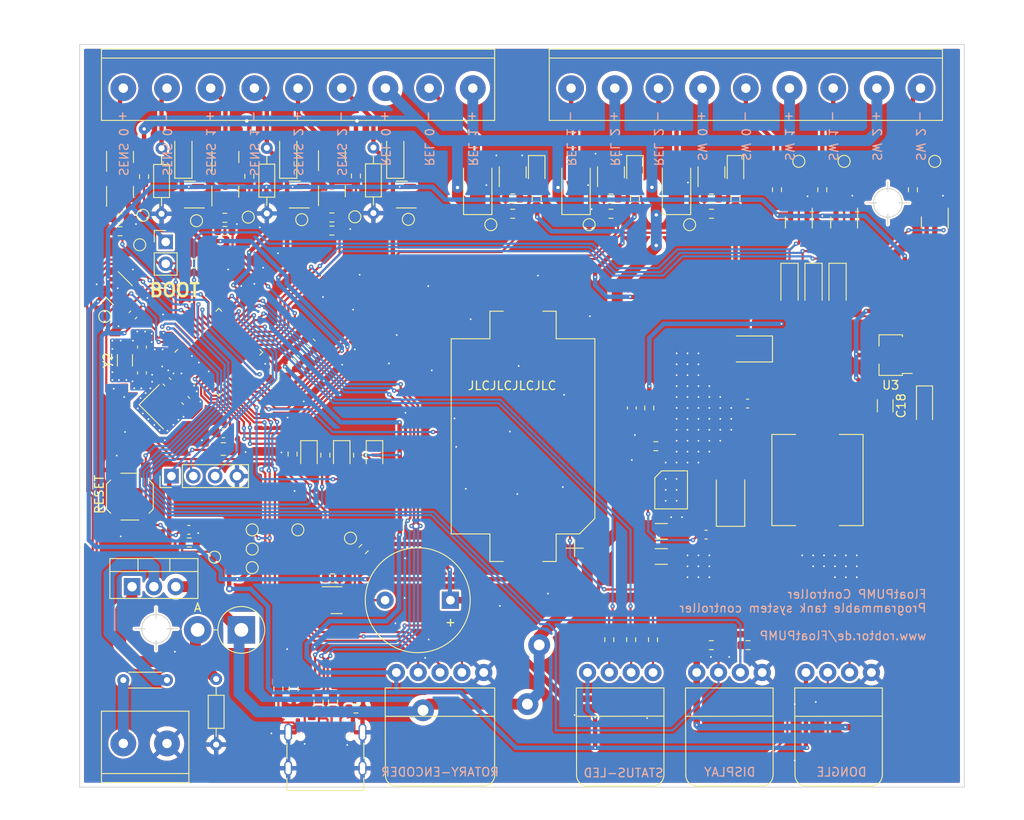
<source format=kicad_pcb>
(kicad_pcb (version 20211014) (generator pcbnew)

  (general
    (thickness 1.6)
  )

  (paper "A4")
  (title_block
    (title "FloatPUMP Basic Boards")
    (date "2022-11-22")
    (rev "1.0")
    (company "www.robtor.de")
  )

  (layers
    (0 "F.Cu" signal)
    (31 "B.Cu" signal)
    (32 "B.Adhes" user "B.Adhesive")
    (33 "F.Adhes" user "F.Adhesive")
    (34 "B.Paste" user)
    (35 "F.Paste" user)
    (36 "B.SilkS" user "B.Silkscreen")
    (37 "F.SilkS" user "F.Silkscreen")
    (38 "B.Mask" user)
    (39 "F.Mask" user)
    (40 "Dwgs.User" user "User.Drawings")
    (41 "Cmts.User" user "User.Comments")
    (42 "Eco1.User" user "User.Eco1")
    (43 "Eco2.User" user "User.Eco2")
    (44 "Edge.Cuts" user)
    (45 "Margin" user)
    (46 "B.CrtYd" user "B.Courtyard")
    (47 "F.CrtYd" user "F.Courtyard")
    (48 "B.Fab" user)
    (49 "F.Fab" user)
    (50 "User.1" user)
    (51 "User.2" user)
    (52 "User.3" user)
    (53 "User.4" user)
    (54 "User.5" user)
    (55 "User.6" user)
    (56 "User.7" user)
    (57 "User.8" user)
    (58 "User.9" user)
  )

  (setup
    (stackup
      (layer "F.SilkS" (type "Top Silk Screen"))
      (layer "F.Paste" (type "Top Solder Paste"))
      (layer "F.Mask" (type "Top Solder Mask") (thickness 0.01))
      (layer "F.Cu" (type "copper") (thickness 0.035))
      (layer "dielectric 1" (type "core") (thickness 1.51) (material "FR4") (epsilon_r 4.5) (loss_tangent 0.02))
      (layer "B.Cu" (type "copper") (thickness 0.035))
      (layer "B.Mask" (type "Bottom Solder Mask") (thickness 0.01))
      (layer "B.Paste" (type "Bottom Solder Paste"))
      (layer "B.SilkS" (type "Bottom Silk Screen"))
      (copper_finish "None")
      (dielectric_constraints no)
    )
    (pad_to_mask_clearance 0)
    (pcbplotparams
      (layerselection 0x00010fc_ffffffff)
      (disableapertmacros false)
      (usegerberextensions true)
      (usegerberattributes false)
      (usegerberadvancedattributes false)
      (creategerberjobfile false)
      (svguseinch false)
      (svgprecision 6)
      (excludeedgelayer true)
      (plotframeref false)
      (viasonmask false)
      (mode 1)
      (useauxorigin false)
      (hpglpennumber 1)
      (hpglpenspeed 20)
      (hpglpendiameter 15.000000)
      (dxfpolygonmode true)
      (dxfimperialunits true)
      (dxfusepcbnewfont true)
      (psnegative false)
      (psa4output false)
      (plotreference true)
      (plotvalue false)
      (plotinvisibletext false)
      (sketchpadsonfab false)
      (subtractmaskfromsilk true)
      (outputformat 1)
      (mirror false)
      (drillshape 0)
      (scaleselection 1)
      (outputdirectory "../Production/")
    )
  )

  (net 0 "")
  (net 1 "/cryst1+")
  (net 2 "GND")
  (net 3 "/cryst1-")
  (net 4 "/cryst2+")
  (net 5 "/cryst2-")
  (net 6 "/VBAT")
  (net 7 "/NRST")
  (net 8 "Net-(C3-Pad1)")
  (net 9 "+3.3V")
  (net 10 "Net-(C6-Pad2)")
  (net 11 "Net-(C17-Pad1)")
  (net 12 "/VB")
  (net 13 "T11")
  (net 14 "T13")
  (net 15 "T15")
  (net 16 "T17")
  (net 17 "Net-(C17-Pad2)")
  (net 18 "Net-(D1-Pad1)")
  (net 19 "T20")
  (net 20 "/GPI0")
  (net 21 "/GPI1")
  (net 22 "/GPI2")
  (net 23 "/RRDT")
  (net 24 "/RRCLK")
  (net 25 "/RRSW")
  (net 26 "+5V")
  (net 27 "/I2C1_SDA")
  (net 28 "/I2C1_SCL")
  (net 29 "/USART1_TX")
  (net 30 "/USART1_RX")
  (net 31 "/SWDIO")
  (net 32 "/SWCLK")
  (net 33 "T22")
  (net 34 "Net-(D2-Pad1)")
  (net 35 "Net-(D3-Pad1)")
  (net 36 "T10")
  (net 37 "T12")
  (net 38 "T14")
  (net 39 "/BOOT0")
  (net 40 "T24")
  (net 41 "T26")
  (net 42 "T28")
  (net 43 "Net-(LS1-Pad2)")
  (net 44 "Net-(Q2-Pad1)")
  (net 45 "Net-(D4-Pad2)")
  (net 46 "Net-(D12-Pad2)")
  (net 47 "Net-(D14-Pad2)")
  (net 48 "Net-(Q9-Pad1)")
  (net 49 "Net-(J3-Pad2)")
  (net 50 "/LED0")
  (net 51 "/LED1")
  (net 52 "/LED2")
  (net 53 "/LED5")
  (net 54 "/LED4")
  (net 55 "/LED3")
  (net 56 "/BEEP")
  (net 57 "/MPWR0")
  (net 58 "/MPWR1")
  (net 59 "/MPWR2")
  (net 60 "/OCHAN0")
  (net 61 "/OCHAN1")
  (net 62 "/OCHAN2")
  (net 63 "/usb_conn/U_D-")
  (net 64 "/USB_FS_D-")
  (net 65 "/usb_conn/U_D+")
  (net 66 "/USB_FS_D+")
  (net 67 "/usb_conn/U_VBUS")
  (net 68 "/USB_FS_VBUS")
  (net 69 "/usb_conn/CC")
  (net 70 "Net-(D16-Pad2)")
  (net 71 "Net-(J5-Pad2)")
  (net 72 "Net-(Q3-Pad1)")
  (net 73 "Net-(J5-Pad3)")
  (net 74 "Net-(C18-Pad1)")
  (net 75 "Net-(J5-Pad4)")
  (net 76 "Net-(U3-Pad6)")
  (net 77 "T16")
  (net 78 "unconnected-(J9-PadA8)")
  (net 79 "unconnected-(J9-PadB8)")
  (net 80 "Net-(Q1-Pad2)")
  (net 81 "Net-(Q3-Pad3)")
  (net 82 "Net-(Q5-Pad1)")
  (net 83 "Net-(Q5-Pad3)")
  (net 84 "Net-(Q7-Pad1)")
  (net 85 "Net-(Q11-Pad1)")
  (net 86 "Net-(Q7-Pad3)")
  (net 87 "Net-(Q10-Pad1)")
  (net 88 "unconnected-(U1-Pad2)")

  (footprint "Capacitor_SMD:C_0603_1608Metric" (layer "F.Cu") (at 101.9556 85.7504 -135))

  (footprint "Package_TO_SOT_SMD:SOT-23" (layer "F.Cu") (at 112.6975 71.41095 90))

  (footprint "custom_parts:2542R-04" (layer "F.Cu") (at 180.213 127.3302))

  (footprint "Package_TO_SOT_SMD:SOT-23" (layer "F.Cu") (at 112.71 67.3885 90))

  (footprint "Resistor_SMD:R_0603_1608Metric" (layer "F.Cu") (at 120.396 91.313 -45))

  (footprint "TestPoint:TestPoint_Pad_D1.0mm" (layer "F.Cu") (at 127.762 74.3435))

  (footprint "Resistor_SMD:R_0603_1608Metric" (layer "F.Cu") (at 157.353 123.5202 90))

  (footprint "Resistor_SMD:R_0603_1608Metric" (layer "F.Cu") (at 127.889 69.5937 -90))

  (footprint "TestPoint:TestPoint_Pad_D1.0mm" (layer "F.Cu") (at 155.006 75.2582))

  (footprint "LED_SMD:LED_0805_2012Metric" (layer "F.Cu") (at 160.34 68.9082 -90))

  (footprint "custom_parts:CAMBLOCK CTB0509-2" (layer "F.Cu") (at 105.918 135.5852 180))

  (footprint "Capacitor_SMD:C_0603_1608Metric" (layer "F.Cu") (at 168.6052 111.3028))

  (footprint "Capacitor_SMD:C_0603_1608Metric" (layer "F.Cu") (at 119.253 92.456 135))

  (footprint "Package_TO_SOT_THT:TO-220-3_Vertical" (layer "F.Cu") (at 101.854 117.3532))

  (footprint "TestPoint:TestPoint_Pad_D1.0mm" (layer "F.Cu") (at 179.39 67.8942 90))

  (footprint "Resistor_SMD:R_0603_1608Metric" (layer "F.Cu") (at 146.116 73.9882 180))

  (footprint "Crystal:Crystal_SMD_3215-2Pin_3.2x1.5mm" (layer "F.Cu") (at 101.0258 91.0336 90))

  (footprint "Resistor_SMD:R_0603_1608Metric" (layer "F.Cu") (at 124.333 102.0572 -90))

  (footprint "Diode_SMD:D_SMA" (layer "F.Cu") (at 171.45 106.934 90))

  (footprint "Connector_USB:USB_C_Receptacle_Palconn_UTC16-G" (layer "F.Cu") (at 124.333 136.2202))

  (footprint "Resistor_THT:R_Axial_DIN0204_L3.6mm_D1.6mm_P7.62mm_Horizontal" (layer "F.Cu") (at 105.283 66.3702 -90))

  (footprint "Diode_THT:D_DO-201AD_P5.08mm_Vertical_AnodeUp" (layer "F.Cu") (at 114.562 122.3772 180))

  (footprint "Resistor_SMD:R_0603_1608Metric" (layer "F.Cu") (at 172.024 72.2102 -90))

  (footprint "Resistor_SMD:R_0603_1608Metric" (layer "F.Cu") (at 125.095 75.9437 180))

  (footprint "TestPoint:TestPoint_Pad_D1.0mm" (layer "F.Cu") (at 133.985 74.63675))

  (footprint "custom_parts:CAMBLOCK CTB0509-9" (layer "F.Cu") (at 100.838 59.3852))

  (footprint "Diode_SMD:D_MiniMELF" (layer "F.Cu") (at 120.015 67.31 90))

  (footprint "Resistor_SMD:R_0603_1608Metric" (layer "F.Cu") (at 162.0012 96.5708 -90))

  (footprint "Package_TO_SOT_SMD:SOT-23" (layer "F.Cu") (at 169.23 69.1622 90))

  (footprint "Resistor_SMD:R_0603_1608Metric" (layer "F.Cu") (at 118.872 129.2352 90))

  (footprint "custom_parts:2542R-04" (layer "F.Cu") (at 167.513 127.3302))

  (footprint "TestPoint:TestPoint_Pad_D1.0mm" (layer "F.Cu") (at 195.199 67.8942 90))

  (footprint "TestPoint:TestPoint_Pad_D1.0mm" (layer "F.Cu") (at 115.3645 74.38275))

  (footprint "Resistor_SMD:R_0603_1608Metric" (layer "F.Cu") (at 146.116 72.2102))

  (footprint "Diode_SMD:D_MiniMELF" (layer "F.Cu") (at 178.308 82.296 -90))

  (footprint "Package_TO_SOT_SMD:SOT-23" (layer "F.Cu") (at 184.658 75.0062 -90))

  (footprint "custom_parts:MP9486A-SOIC-8" (layer "F.Cu") (at 164.5412 106.0958 -90))

  (footprint "Capacitor_Tantalum_SMD:CP_EIA-3528-21_Kemet-B" (layer "F.Cu") (at 173.863 89.7128 180))

  (footprint "TestPoint:TestPoint_Pad_D1.0mm" (layer "F.Cu") (at 109.347 74.803))

  (footprint "custom_parts:L_MS1040-330M" (layer "F.Cu") (at 181.5592 104.9528 90))

  (footprint "Resistor_SMD:R_0603_1608Metric" (layer "F.Cu") (at 112.649 74.45895))

  (footprint "Capacitor_SMD:C_0603_1608Metric" (layer "F.Cu") (at 112.4712 99.5172))

  (footprint "Resistor_SMD:R_0603_1608Metric" (layer "F.Cu") (at 192.659 71.1962 -90))

  (footprint "Capacitor_SMD:C_0603_1608Metric" (layer "F.Cu") (at 103.007 92.4938 -90))

  (footprint "TestPoint:TestPoint_Pad_D1.0mm" (layer "F.Cu") (at 111.4552 113.919))

  (footprint "MountingHole:MountingHole_2.5mm" (layer "F.Cu") (at 104.648 122.301))

  (footprint "Resistor_THT:R_Axial_DIN0204_L3.6mm_D1.6mm_P5.08mm_Horizontal" (layer "F.Cu") (at 105.918 128.2192 180))

  (footprint "Resistor_SMD:R_0603_1608Metric" (layer "F.Cu") (at 125.1712 116.3828))

  (footprint "Resistor_SMD:R_0603_1608Metric" (layer "F.Cu") (at 128.143 102.0572 -90))

  (footprint "TestPoint:TestPoint_Pad_D1.0mm" (layer "F.Cu") (at 143.576 75.2582))

  (footprint "Package_TO_SOT_SMD:SOT-23" (layer "F.Cu") (at 133.223 71.755 180))

  (footprint "Capacitor_SMD:C_0603_1608Metric" (layer "F.Cu") (at 108.1024 95.7072 -45))

  (footprint "Package_TO_SOT_SMD:SOT-23" (layer "F.Cu") (at 100.457 71.4502 90))

  (footprint "Package_TO_SOT_SMD:SOT-89-3" (layer "F.Cu") (at 190.373 90.424 180))

  (footprint "Battery:BatteryHolder_Keystone_1060_1x2032" (layer "F.Cu") (at 147.32 99.8728 90))

  (footprint "TestPoint:TestPoint_Pad_D1.0mm" (layer "F.Cu") (at 127.254 111.7092))

  (footprint "TestPoint:TestPoint_Pad_D1.0mm" (layer "F.Cu") (at 121.5875 74.676))

  (footprint "TestPoint:TestPoint_Pad_D1.0mm" (layer "F.Cu") (at 121.1326 110.744))

  (footprint "Capacitor_SMD:C_0603_1608Metric" (layer "F.Cu") (at 159.9692 96.5708 90))

  (footprint "LED_SMD:LED_0805_2012Metric" (layer "F.Cu") (at 122.428 102.0572 -90))

  (footprint "Package_TO_SOT_SMD:SOT-23" (layer "F.Cu") (at 120.777 71.755 180))

  (footprint "Resistor_SMD:R_0603_1608Metric" (layer "F.Cu") (at 100.457 74.4982))

  (footprint "Buzzer_Beeper:Buzzer_12x9.5RM7.6" (layer "F.Cu") (at 138.8772 118.9228 180))

  (footprint "LED_SMD:LED_0805_2012Metric" (layer "F.Cu") (at 130.048 102.0572 -90))

  (footprint "Resistor_SMD:R_0603_1608Metric" (layer "F.Cu")
    (tedit 5F68FEEE) (tstamp 701e1a6c-c447-45ac-8d22-510d955c4d6e)
    (at 120.523 101.9302 -90)
    (descr "Resistor SMD 0603 (1608 Metric), square (rectangular) end terminal, IPC_7351 nominal, (Body size source: IPC-SM-782 page 72, https://www.pcb-3d.com/wordpress/wp-content/uploads/ipc-sm-782a_amendment_1_and_2.pdf), generated with kicad-footprint-generator")
    (tags "resistor")
    (property "JLCPCB" "Basic")
    (property "LCSC" "C21190")
    (property "Sheetfile" "FloatPUMP.kicad_sch")
    (property "Sheetname" "")
    (path "/f303ef76-d27a-409e-8075-e8c01dcd1ea2")
    (attr smd)
    (fp_text reference "R28" (at 0 -1.43 90) (layer "F.SilkS") hide
      (effects (font (size 1 1) (thickness 0.15)))
      (tstamp ab937355-b4a8-4a4a-8cc2-c5f45adad155)
    )
    (fp_text value "1k" (at 0 1.43 90) (layer "F.Fab") hide
      (effects (font (size 1 1) (thickness 0.15)))
      (tstamp a69cfc49-4c2a-4bf4-8a42-dd2882f44da4)
    )
    (fp_text user "${REFERENCE}" (at 0 0 90) (layer "F.Fab")
      (effects (font (size 0.4 0.4) (thickness 0.06)))
      (tstamp f1cccdce-1501-4c09-96c4-b01a5ac6f14c)
    )
    (fp_line (start -0.237258 0.5225) (end 0.237258 0.5225) (layer "F.SilkS") (width 0.12) (tstamp 02486e0f-c81e-4816-8317-7b5f00298481))
    (fp_line (start -0.237258 -0.5225) (end 0.237258 -0.5225) (layer "F.SilkS") (width 0.12) (tstamp 92b2cf72-fae9-4149-88b1-83b45d0a6ab4))
    (fp_line (start 1.48 0.73) (end -1.48 0.73) (layer "F.CrtYd") (width 0.05) (tstamp 117443b2-9e63-474d-83d9-157f4649e348))
    (fp_line (start 1.48 -0.73) (end 1.48 0.73) (layer "F.CrtYd") (width 0.05)
... [2034675 chars truncated]
</source>
